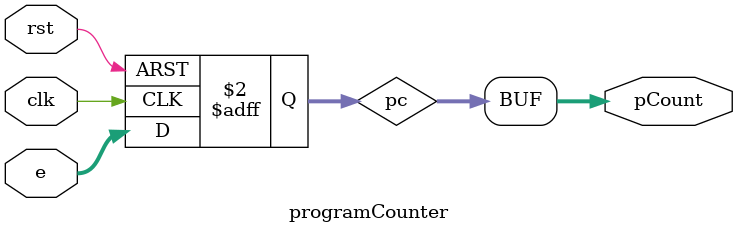
<source format=sv>
module programCounter(
	input logic clk,
	input logic rst,
	input logic [15:0] e,
	output logic [15:0] pCount
); 
	logic [15:0] pc;
	
	always_ff @ (posedge clk, posedge rst) begin
		if(rst) pc <= 0;
		else pc <= e;
	end
		
	assign pCount = pc;
endmodule
</source>
